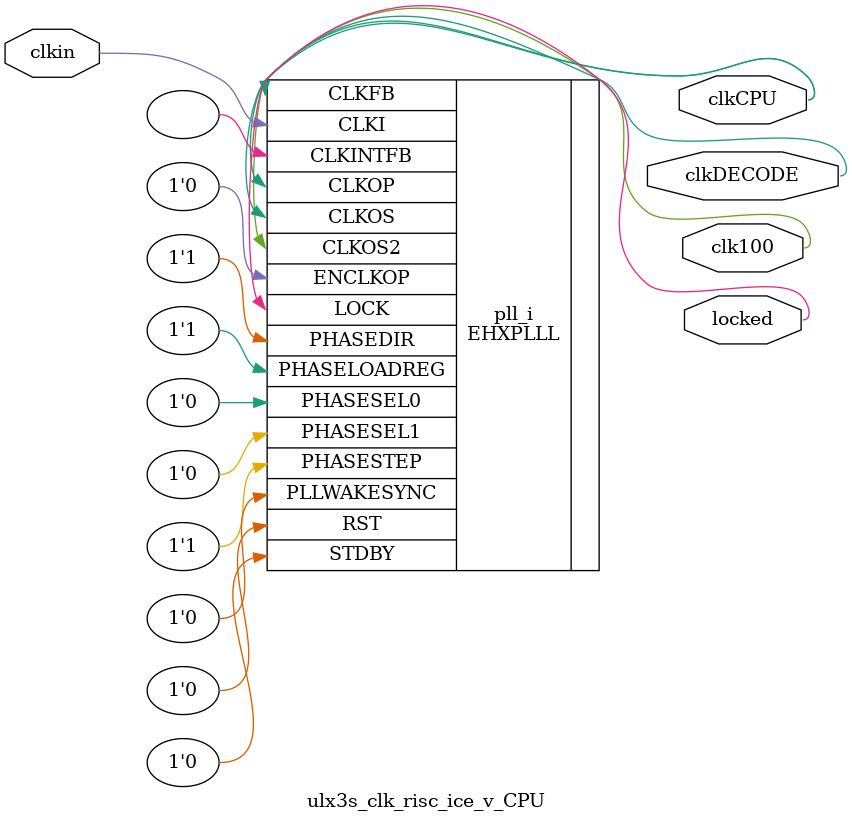
<source format=v>
module ulx3s_clk_risc_ice_v_CPU
(
    input clkin,                // 25 MHz, 0 deg
    output  clkCPU,             // 50 MHz, 0 deg        // SYSTEM CLOCK cpu
    output  clkDECODE,          // 100 MHz, 0 deg       // CPU compressed instruction expander
    output  clk100,             // 100 MHz, 0 deg
    output  locked
);
(* FREQUENCY_PIN_CLKI="25" *)
(* FREQUENCY_PIN_CLKOP="50" *)
(* FREQUENCY_PIN_CLKOS="25" *)
(* FREQUENCY_PIN_CLKOS2="50" *)
(* FREQUENCY_PIN_CLKOS3="50" *)
(* ICP_CURRENT="12" *) (* LPF_RESISTOR="8" *) (* MFG_ENABLE_FILTEROPAMP="1" *) (* MFG_GMCREF_SEL="2" *)
EHXPLLL #(
        .PLLRST_ENA("DISABLED"),
        .INTFB_WAKE("DISABLED"),
        .STDBY_ENABLE("DISABLED"),
        .DPHASE_SOURCE("DISABLED"),
        .OUTDIVIDER_MUXA("DIVA"),
        .OUTDIVIDER_MUXB("DIVB"),
        .OUTDIVIDER_MUXC("DIVC"),
        .OUTDIVIDER_MUXD("DIVD"),
        .CLKI_DIV(1),
        .CLKOP_ENABLE("ENABLED"),
        .CLKOP_DIV(12),
        .CLKOP_CPHASE(5),
        .CLKOP_FPHASE(0),
        .CLKOS_ENABLE("ENABLED"),
        .CLKOS_DIV(6),
        .CLKOS_CPHASE(5),
        .CLKOS_FPHASE(0),
        .CLKOS2_DIV(6),
        .CLKOS2_CPHASE(5),
        .CLKOS2_FPHASE(0),
        .FEEDBK_PATH("CLKOP"),
        .CLKFB_DIV(2)
    ) pll_i (
        .RST(1'b0),
        .STDBY(1'b0),
        .CLKI(clkin),
        .CLKOP(clkCPU),
        .CLKOS(clkDECODE),
        .CLKOS2(clk100),
        .CLKFB(clkCPU),
        .CLKINTFB(),
        .PHASESEL0(1'b0),
        .PHASESEL1(1'b0),
        .PHASEDIR(1'b1),
        .PHASESTEP(1'b1),
        .PHASELOADREG(1'b1),
        .PLLWAKESYNC(1'b0),
        .ENCLKOP(1'b0),
        .LOCK(locked)
	);
endmodule

</source>
